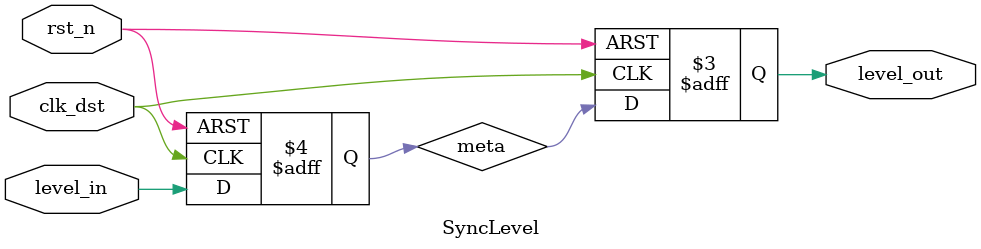
<source format=v>
module SyncLevel (
    input  wire clk_dst,
    input  wire rst_n,
    input  wire level_in,  // async level
    output reg  level_out
);
    reg meta;
    always @(posedge clk_dst or negedge rst_n) begin
        if (!rst_n) begin
            meta      <= 0;
            level_out <= 0;
        end else begin
            meta      <= level_in;
            level_out <= meta;
        end
    end
endmodule

</source>
